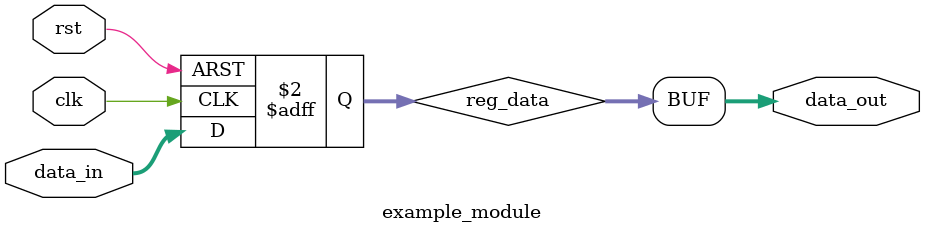
<source format=v>
module example_module(
  input clk,                  // Input port for clock signal
  input rst,                  // Input port for reset signal
  input [7:0] data_in,        // Input port for data (8 bits wide)
  output [7:0] data_out       // Output port for data (8 bits wide)
);

  reg [7:0] reg_data;         // Define a register called "reg_data" that is 8 bits wide

  always @(posedge clk or posedge rst) begin  // Execute the block of code on the rising edge of "clk" or "rst"
    if (rst) begin                            // If the "rst" signal is high (i.e., asserted)
      reg_data <= 8'h00;                      // Set the value of "reg_data" to 0, 8 bit(') constant of 00 as no 0x
    end else begin                            // Otherwise (i.e., if "rst" is low)
      reg_data <= data_in;                    // Set the value of "reg_data" to the value of "data_in"
    end
  end

  // assign is for input and output equalities 
  assign data_out = reg_data;  // Assign the value of "reg_data" to "data_out"

endmodule

</source>
